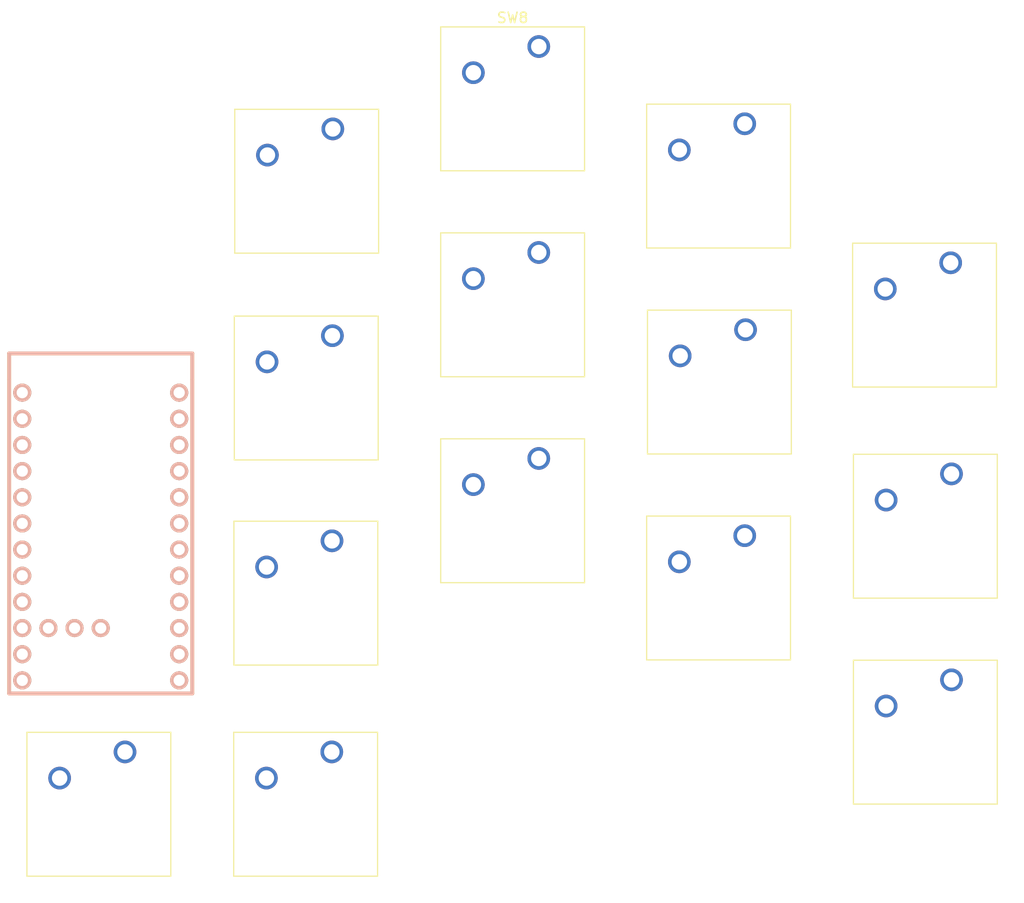
<source format=kicad_pcb>
(kicad_pcb (version 20240108) (generator "pcbnew") (generator_version "8.0")
  (layers (0 "F.Cu" signal) (31 "B.Cu" signal) (34 "B.Paste" user) (35 "F.Paste" user) (36 "B.SilkS" user "B.Silkscreen") (37 "F.SilkS" user "F.Silkscreen") (38 "B.Mask" user) (39 "F.Mask" user) (44 "Edge.Cuts" user))
  (net 0 "")
  (net 1 "/K1")
  (net 2 "GND")
  (net 3 "/K2")
  (net 4 "/K3")
  (net 5 "/K4")
  (net 6 "/K5")
  (net 7 "/K6")
  (net 8 "/K7")
  (net 9 "/K8")
  (net 10 "/K9")
  (net 11 "/K10")
  (net 12 "/K12")
  (net 13 "/K13")
  (net 14 "/K14")
  (net 16 "/K11")
  (footprint "Button_Switch_Keyboard:SW_Cherry_MX_1.00u_PCB" (layer "F.Cu") (at 69.8587 104.92)
    (property "Reference" "SW4" (hide yes))
    (property "Value" "SW_SPST" (hide yes))
    (fp_line (start -9.525 -1.905) (end 4.445 -1.905) (stroke (width 0.12)) (layer "F.SilkS"))
    (fp_line (start -9.525 12.065) (end -9.525 -1.905) (stroke (width 0.12)) (layer "F.SilkS"))
    (fp_line (start 4.445 -1.905) (end 4.445 12.065) (stroke (width 0.12)) (layer "F.SilkS"))
    (fp_line (start 4.445 12.065) (end -9.525 12.065) (stroke (width 0.12)) (layer "F.SilkS"))
    (pad "" np_thru_hole circle (at -7.62 5.08) (size 1.7 1.7) (drill 1.7) (layers "*.Cu" "*.Mask"))
    (pad "" np_thru_hole circle (at -2.54 5.08) (size 4 4) (drill 4) (layers "*.Cu" "*.Mask"))
    (pad "" np_thru_hole circle (at 2.54 5.08) (size 1.7 1.7) (drill 1.7) (layers "*.Cu" "*.Mask"))
    (pad "1" thru_hole circle (at 0 0) (size 2.2 2.2) (drill 1.5) (layers "*.Cu" "*.Mask") (net 5 "/K4"))
    (pad "2" thru_hole circle (at -6.35 2.54) (size 2.2 2.2) (drill 1.5) (layers "*.Cu" "*.Mask") (net 2 "GND"))
  )
  (footprint "Nice Nano:nice_nano" (layer "F.Cu") (at 67.5 84 -90)
    (property "Reference" "U1" (hide yes))
    (property "Value" "nice_nano" (hide yes))
    (fp_line (start -17.78 8.89) (end 15.24 8.89) (stroke (width 0.381)) (layer "B.SilkS"))
    (fp_line (start 15.24 8.89) (end 15.24 -8.89) (stroke (width 0.381)) (layer "B.SilkS"))
    (fp_line (start -17.78 -8.89) (end -17.78 8.89) (stroke (width 0.381)) (layer "B.SilkS"))
    (fp_line (start 15.24 -8.89) (end -17.78 -8.89) (stroke (width 0.381)) (layer "B.SilkS"))
    (fp_line (start -17.78 8.89) (end -15.24 8.89) (stroke (width 0.381)) (layer "F.SilkS"))
    (fp_line (start -15.24 8.89) (end 15.24 8.89) (stroke (width 0.381)) (layer "F.SilkS"))
    (fp_line (start 15.24 8.89) (end 15.24 -8.89) (stroke (width 0.381)) (layer "F.SilkS"))
    (fp_line (start -17.78 -8.89) (end -17.78 8.89) (stroke (width 0.381)) (layer "F.SilkS"))
    (fp_line (start -15.24 -8.89) (end -17.78 -8.89) (stroke (width 0.381)) (layer "F.SilkS"))
    (fp_line (start 15.24 -8.89) (end -15.24 -8.89) (stroke (width 0.381)) (layer "F.SilkS"))
    (pad "1" thru_hole circle (at -13.97 7.62 270) (size 1.7526 1.7526) (drill 1.0922) (layers "*.Cu" "*.SilkS" "*.Mask"))
    (pad "2" thru_hole circle (at -11.43 7.62 270) (size 1.7526 1.7526) (drill 1.0922) (layers "*.Cu" "*.SilkS" "*.Mask"))
    (pad "3" thru_hole circle (at -8.89 7.62 270) (size 1.7526 1.7526) (drill 1.0922) (layers "*.Cu" "*.SilkS" "*.Mask"))
    (pad "4" thru_hole circle (at -6.35 7.62 270) (size 1.7526 1.7526) (drill 1.0922) (layers "*.Cu" "*.SilkS" "*.Mask"))
    (pad "5" thru_hole circle (at -3.81 7.62 270) (size 1.7526 1.7526) (drill 1.0922) (layers "*.Cu" "*.SilkS" "*.Mask"))
    (pad "6" thru_hole circle (at -1.27 7.62 270) (size 1.7526 1.7526) (drill 1.0922) (layers "*.Cu" "*.SilkS" "*.Mask"))
    (pad "7" thru_hole circle (at 1.27 7.62 270) (size 1.7526 1.7526) (drill 1.0922) (layers "*.Cu" "*.SilkS" "*.Mask") (net 1 "/K1"))
    (pad "8" thru_hole circle (at 3.81 7.62 270) (size 1.7526 1.7526) (drill 1.0922) (layers "*.Cu" "*.SilkS" "*.Mask") (net 3 "/K2"))
    (pad "9" thru_hole circle (at 6.35 7.62 270) (size 1.7526 1.7526) (drill 1.0922) (layers "*.Cu" "*.SilkS" "*.Mask") (net 4 "/K3"))
    (pad "10" thru_hole circle (at 8.89 7.62 270) (size 1.7526 1.7526) (drill 1.0922) (layers "*.Cu" "*.SilkS" "*.Mask") (net 5 "/K4"))
    (pad "11" thru_hole circle (at 11.43 7.62 270) (size 1.7526 1.7526) (drill 1.0922) (layers "*.Cu" "*.SilkS" "*.Mask") (net 6 "/K5"))
    (pad "12" thru_hole circle (at 13.97 7.62 270) (size 1.7526 1.7526) (drill 1.0922) (layers "*.Cu" "*.SilkS" "*.Mask") (net 7 "/K6"))
    (pad "13" thru_hole circle (at 13.97 -7.62 270) (size 1.7526 1.7526) (drill 1.0922) (layers "*.Cu" "*.SilkS" "*.Mask") (net 14 "/K14"))
    (pad "14" thru_hole circle (at 11.43 -7.62 270) (size 1.7526 1.7526) (drill 1.0922) (layers "*.Cu" "*.SilkS" "*.Mask") (net 13 "/K13"))
    (pad "15" thru_hole circle (at 8.89 -7.62 270) (size 1.7526 1.7526) (drill 1.0922) (layers "*.Cu" "*.SilkS" "*.Mask") (net 12 "/K12"))
    (pad "16" thru_hole circle (at 6.35 -7.62 270) (size 1.7526 1.7526) (drill 1.0922) (layers "*.Cu" "*.SilkS" "*.Mask") (net 16 "/K11"))
    (pad "17" thru_hole circle (at 3.81 -7.62 270) (size 1.7526 1.7526) (drill 1.0922) (layers "*.Cu" "*.SilkS" "*.Mask") (net 11 "/K10"))
    (pad "18" thru_hole circle (at 1.27 -7.62 270) (size 1.7526 1.7526) (drill 1.0922) (layers "*.Cu" "*.SilkS" "*.Mask") (net 10 "/K9"))
    (pad "19" thru_hole circle (at -1.27 -7.62 270) (size 1.7526 1.7526) (drill 1.0922) (layers "*.Cu" "*.SilkS" "*.Mask") (net 9 "/K8"))
    (pad "20" thru_hole circle (at -3.81 -7.62 270) (size 1.7526 1.7526) (drill 1.0922) (layers "*.Cu" "*.SilkS" "*.Mask") (net 8 "/K7"))
    (pad "21" thru_hole circle (at -6.35 -7.62 270) (size 1.7526 1.7526) (drill 1.0922) (layers "*.Cu" "*.SilkS" "*.Mask"))
    (pad "22" thru_hole circle (at -8.89 -7.62 270) (size 1.7526 1.7526) (drill 1.0922) (layers "*.Cu" "*.SilkS" "*.Mask"))
    (pad "23" thru_hole circle (at -11.43 -7.62 270) (size 1.7526 1.7526) (drill 1.0922) (layers "*.Cu" "*.SilkS" "*.Mask"))
    (pad "24" thru_hole circle (at -13.97 -7.62 270) (size 1.7526 1.7526) (drill 1.0922) (layers "*.Cu" "*.SilkS" "*.Mask"))
    (pad "31" thru_hole circle (at 8.89 5.08 270) (size 1.7526 1.7526) (drill 1.0922) (layers "*.Cu" "*.SilkS" "*.Mask"))
    (pad "32" thru_hole circle (at 8.89 2.54 270) (size 1.7526 1.7526) (drill 1.0922) (layers "*.Cu" "*.SilkS" "*.Mask"))
    (pad "33" thru_hole circle (at 8.89 0 270) (size 1.7526 1.7526) (drill 1.0922) (layers "*.Cu" "*.SilkS" "*.Mask"))
  )
  (footprint "Button_Switch_Keyboard:SW_Cherry_MX_1.00u_PCB" (layer "F.Cu") (at 110.04 36.42)
    (property "Reference" "SW8" (at -2.54 -2.794 0) (layer "F.SilkS"))
    (property "Value" "SW_SPST" (hide yes))
    (fp_line (start -9.525 -1.905) (end 4.445 -1.905) (stroke (width 0.12)) (layer "F.SilkS"))
    (fp_line (start -9.525 12.065) (end -9.525 -1.905) (stroke (width 0.12)) (layer "F.SilkS"))
    (fp_line (start 4.445 -1.905) (end 4.445 12.065) (stroke (width 0.12)) (layer "F.SilkS"))
    (fp_line (start 4.445 12.065) (end -9.525 12.065) (stroke (width 0.12)) (layer "F.SilkS"))
    (pad "" np_thru_hole circle (at -7.62 5.08) (size 1.7 1.7) (drill 1.7) (layers "*.Cu" "*.Mask"))
    (pad "" np_thru_hole circle (at -2.54 5.08) (size 4 4) (drill 4) (layers "*.Cu" "*.Mask"))
    (pad "" np_thru_hole circle (at 2.54 5.08) (size 1.7 1.7) (drill 1.7) (layers "*.Cu" "*.Mask"))
    (pad "1" thru_hole circle (at 0 0) (size 2.2 2.2) (drill 1.5) (layers "*.Cu" "*.Mask") (net 9 "/K8"))
    (pad "2" thru_hole circle (at -6.35 2.54) (size 2.2 2.2) (drill 1.5) (layers "*.Cu" "*.Mask") (net 2 "GND"))
  )
  (footprint "Button_Switch_Keyboard:SW_Cherry_MX_1.00u_PCB" (layer "F.Cu") (at 150.12 77.92)
    (property "Reference" "SW14" (hide yes))
    (property "Value" "SW_SPST" (hide yes))
    (fp_line (start -9.525 -1.905) (end 4.445 -1.905) (stroke (width 0.12)) (layer "F.SilkS"))
    (fp_line (start -9.525 12.065) (end -9.525 -1.905) (stroke (width 0.12)) (layer "F.SilkS"))
    (fp_line (start 4.445 -1.905) (end 4.445 12.065) (stroke (width 0.12)) (layer "F.SilkS"))
    (fp_line (start 4.445 12.065) (end -9.525 12.065) (stroke (width 0.12)) (layer "F.SilkS"))
    (pad "" np_thru_hole circle (at -7.62 5.08) (size 1.7 1.7) (drill 1.7) (layers "*.Cu" "*.Mask"))
    (pad "" np_thru_hole circle (at -2.54 5.08) (size 4 4) (drill 4) (layers "*.Cu" "*.Mask"))
    (pad "" np_thru_hole circle (at 2.54 5.08) (size 1.7 1.7) (drill 1.7) (layers "*.Cu" "*.Mask"))
    (pad "1" thru_hole circle (at 0 0) (size 2.2 2.2) (drill 1.5) (layers "*.Cu" "*.Mask") (net 14 "/K14"))
    (pad "2" thru_hole circle (at -6.35 2.54) (size 2.2 2.2) (drill 1.5) (layers "*.Cu" "*.Mask") (net 2 "GND"))
  )
  (footprint "Button_Switch_Keyboard:SW_Cherry_MX_1.00u_PCB" (layer "F.Cu") (at 90.04 44.42)
    (property "Reference" "SW7" (hide yes))
    (property "Value" "SW_SPST" (hide yes))
    (fp_line (start -9.525 -1.905) (end 4.445 -1.905) (stroke (width 0.12)) (layer "F.SilkS"))
    (fp_line (start -9.525 12.065) (end -9.525 -1.905) (stroke (width 0.12)) (layer "F.SilkS"))
    (fp_line (start 4.445 -1.905) (end 4.445 12.065) (stroke (width 0.12)) (layer "F.SilkS"))
    (fp_line (start 4.445 12.065) (end -9.525 12.065) (stroke (width 0.12)) (layer "F.SilkS"))
    (pad "" np_thru_hole circle (at -7.62 5.08) (size 1.7 1.7) (drill 1.7) (layers "*.Cu" "*.Mask"))
    (pad "" np_thru_hole circle (at -2.54 5.08) (size 4 4) (drill 4) (layers "*.Cu" "*.Mask"))
    (pad "" np_thru_hole circle (at 2.54 5.08) (size 1.7 1.7) (drill 1.7) (layers "*.Cu" "*.Mask"))
    (pad "1" thru_hole circle (at 0 0) (size 2.2 2.2) (drill 1.5) (layers "*.Cu" "*.Mask") (net 8 "/K7"))
    (pad "2" thru_hole circle (at -6.35 2.54) (size 2.2 2.2) (drill 1.5) (layers "*.Cu" "*.Mask") (net 2 "GND"))
  )
  (footprint "Button_Switch_Keyboard:SW_Cherry_MX_1.00u_PCB" (layer "F.Cu") (at 130.12 63.92)
    (property "Reference" "SW13" (hide yes))
    (property "Value" "SW_SPST" (hide yes))
    (fp_line (start -9.525 -1.905) (end 4.445 -1.905) (stroke (width 0.12)) (layer "F.SilkS"))
    (fp_line (start -9.525 12.065) (end -9.525 -1.905) (stroke (width 0.12)) (layer "F.SilkS"))
    (fp_line (start 4.445 -1.905) (end 4.445 12.065) (stroke (width 0.12)) (layer "F.SilkS"))
    (fp_line (start 4.445 12.065) (end -9.525 12.065) (stroke (width 0.12)) (layer "F.SilkS"))
    (pad "" np_thru_hole circle (at -7.62 5.08) (size 1.7 1.7) (drill 1.7) (layers "*.Cu" "*.Mask"))
    (pad "" np_thru_hole circle (at -2.54 5.08) (size 4 4) (drill 4) (layers "*.Cu" "*.Mask"))
    (pad "" np_thru_hole circle (at 2.54 5.08) (size 1.7 1.7) (drill 1.7) (layers "*.Cu" "*.Mask"))
    (pad "1" thru_hole circle (at 0 0) (size 2.2 2.2) (drill 1.5) (layers "*.Cu" "*.Mask") (net 13 "/K13"))
    (pad "2" thru_hole circle (at -6.35 2.54) (size 2.2 2.2) (drill 1.5) (layers "*.Cu" "*.Mask") (net 2 "GND"))
  )
  (footprint "Button_Switch_Keyboard:SW_Cherry_MX_1.00u_PCB" (layer "F.Cu") (at 89.96 84.42)
    (property "Reference" "SW2" (hide yes))
    (property "Value" "SW_SPST" (hide yes))
    (fp_line (start -9.525 -1.905) (end 4.445 -1.905) (stroke (width 0.12)) (layer "F.SilkS"))
    (fp_line (start -9.525 12.065) (end -9.525 -1.905) (stroke (width 0.12)) (layer "F.SilkS"))
    (fp_line (start 4.445 -1.905) (end 4.445 12.065) (stroke (width 0.12)) (layer "F.SilkS"))
    (fp_line (start 4.445 12.065) (end -9.525 12.065) (stroke (width 0.12)) (layer "F.SilkS"))
    (pad "" np_thru_hole circle (at -7.62 5.08) (size 1.7 1.7) (drill 1.7) (layers "*.Cu" "*.Mask"))
    (pad "" np_thru_hole circle (at -2.54 5.08) (size 4 4) (drill 4) (layers "*.Cu" "*.Mask"))
    (pad "" np_thru_hole circle (at 2.54 5.08) (size 1.7 1.7) (drill 1.7) (layers "*.Cu" "*.Mask"))
    (pad "1" thru_hole circle (at 0 0) (size 2.2 2.2) (drill 1.5) (layers "*.Cu" "*.Mask") (net 3 "/K2"))
    (pad "2" thru_hole circle (at -6.35 2.54) (size 2.2 2.2) (drill 1.5) (layers "*.Cu" "*.Mask") (net 2 "GND"))
  )
  (footprint "Button_Switch_Keyboard:SW_Cherry_MX_1.00u_PCB" (layer "F.Cu") (at 130.04 83.92)
    (property "Reference" "SW6" (hide yes))
    (property "Value" "SW_SPST" (hide yes))
    (fp_line (start -9.525 -1.905) (end 4.445 -1.905) (stroke (width 0.12)) (layer "F.SilkS"))
    (fp_line (start -9.525 12.065) (end -9.525 -1.905) (stroke (width 0.12)) (layer "F.SilkS"))
    (fp_line (start 4.445 -1.905) (end 4.445 12.065) (stroke (width 0.12)) (layer "F.SilkS"))
    (fp_line (start 4.445 12.065) (end -9.525 12.065) (stroke (width 0.12)) (layer "F.SilkS"))
    (pad "" np_thru_hole circle (at -7.62 5.08) (size 1.7 1.7) (drill 1.7) (layers "*.Cu" "*.Mask"))
    (pad "" np_thru_hole circle (at -2.54 5.08) (size 4 4) (drill 4) (layers "*.Cu" "*.Mask"))
    (pad "" np_thru_hole circle (at 2.54 5.08) (size 1.7 1.7) (drill 1.7) (layers "*.Cu" "*.Mask"))
    (pad "1" thru_hole circle (at 0 0) (size 2.2 2.2) (drill 1.5) (layers "*.Cu" "*.Mask") (net 7 "/K6"))
    (pad "2" thru_hole circle (at -6.35 2.54) (size 2.2 2.2) (drill 1.5) (layers "*.Cu" "*.Mask") (net 2 "GND"))
  )
  (footprint "Button_Switch_Keyboard:SW_Cherry_MX_1.00u_PCB" (layer "F.Cu") (at 150.12 97.92)
    (property "Reference" "SW3" (hide yes))
    (property "Value" "SW_SPST" (hide yes))
    (fp_line (start -9.525 -1.905) (end 4.445 -1.905) (stroke (width 0.12)) (layer "F.SilkS"))
    (fp_line (start -9.525 12.065) (end -9.525 -1.905) (stroke (width 0.12)) (layer "F.SilkS"))
    (fp_line (start 4.445 -1.905) (end 4.445 12.065) (stroke (width 0.12)) (layer "F.SilkS"))
    (fp_line (start 4.445 12.065) (end -9.525 12.065) (stroke (width 0.12)) (layer "F.SilkS"))
    (pad "" np_thru_hole circle (at -7.62 5.08) (size 1.7 1.7) (drill 1.7) (layers "*.Cu" "*.Mask"))
    (pad "" np_thru_hole circle (at -2.54 5.08) (size 4 4) (drill 4) (layers "*.Cu" "*.Mask"))
    (pad "" np_thru_hole circle (at 2.54 5.08) (size 1.7 1.7) (drill 1.7) (layers "*.Cu" "*.Mask"))
    (pad "1" thru_hole circle (at 0 0) (size 2.2 2.2) (drill 1.5) (layers "*.Cu" "*.Mask") (net 4 "/K3"))
    (pad "2" thru_hole circle (at -6.35 2.54) (size 2.2 2.2) (drill 1.5) (layers "*.Cu" "*.Mask") (net 2 "GND"))
  )
  (footprint "Button_Switch_Keyboard:SW_Cherry_MX_1.00u_PCB" (layer "F.Cu") (at 130.04 43.92)
    (property "Reference" "SW9" (hide yes))
    (property "Value" "SW_SPST" (hide yes))
    (fp_line (start -9.525 -1.905) (end 4.445 -1.905) (stroke (width 0.12)) (layer "F.SilkS"))
    (fp_line (start -9.525 12.065) (end -9.525 -1.905) (stroke (width 0.12)) (layer "F.SilkS"))
    (fp_line (start 4.445 -1.905) (end 4.445 12.065) (stroke (width 0.12)) (layer "F.SilkS"))
    (fp_line (start 4.445 12.065) (end -9.525 12.065) (stroke (width 0.12)) (layer "F.SilkS"))
    (pad "" np_thru_hole circle (at -7.62 5.08) (size 1.7 1.7) (drill 1.7) (layers "*.Cu" "*.Mask"))
    (pad "" np_thru_hole circle (at -2.54 5.08) (size 4 4) (drill 4) (layers "*.Cu" "*.Mask"))
    (pad "" np_thru_hole circle (at 2.54 5.08) (size 1.7 1.7) (drill 1.7) (layers "*.Cu" "*.Mask"))
    (pad "1" thru_hole circle (at 0 0) (size 2.2 2.2) (drill 1.5) (layers "*.Cu" "*.Mask") (net 10 "/K9"))
    (pad "2" thru_hole circle (at -6.35 2.54) (size 2.2 2.2) (drill 1.5) (layers "*.Cu" "*.Mask") (net 2 "GND"))
  )
  (footprint "Button_Switch_Keyboard:SW_Cherry_MX_1.00u_PCB" (layer "F.Cu") (at 110.04 76.42)
    (property "Reference" "SW5" (hide yes))
    (property "Value" "SW_SPST" (hide yes))
    (fp_line (start -9.525 -1.905) (end 4.445 -1.905) (stroke (width 0.12)) (layer "F.SilkS"))
    (fp_line (start -9.525 12.065) (end -9.525 -1.905) (stroke (width 0.12)) (layer "F.SilkS"))
    (fp_line (start 4.445 -1.905) (end 4.445 12.065) (stroke (width 0.12)) (layer "F.SilkS"))
    (fp_line (start 4.445 12.065) (end -9.525 12.065) (stroke (width 0.12)) (layer "F.SilkS"))
    (pad "" np_thru_hole circle (at -7.62 5.08) (size 1.7 1.7) (drill 1.7) (layers "*.Cu" "*.Mask"))
    (pad "" np_thru_hole circle (at -2.54 5.08) (size 4 4) (drill 4) (layers "*.Cu" "*.Mask"))
    (pad "" np_thru_hole circle (at 2.54 5.08) (size 1.7 1.7) (drill 1.7) (layers "*.Cu" "*.Mask"))
    (pad "1" thru_hole circle (at 0 0) (size 2.2 2.2) (drill 1.5) (layers "*.Cu" "*.Mask") (net 6 "/K5"))
    (pad "2" thru_hole circle (at -6.35 2.54) (size 2.2 2.2) (drill 1.5) (layers "*.Cu" "*.Mask") (net 2 "GND"))
  )
  (footprint "Button_Switch_Keyboard:SW_Cherry_MX_1.00u_PCB" (layer "F.Cu") (at 90 64.5)
    (property "Reference" "SW11" (hide yes))
    (property "Value" "SW_SPST" (hide yes))
    (fp_line (start -9.525 -1.905) (end 4.445 -1.905) (stroke (width 0.12)) (layer "F.SilkS"))
    (fp_line (start -9.525 12.065) (end -9.525 -1.905) (stroke (width 0.12)) (layer "F.SilkS"))
    (fp_line (start 4.445 -1.905) (end 4.445 12.065) (stroke (width 0.12)) (layer "F.SilkS"))
    (fp_line (start 4.445 12.065) (end -9.525 12.065) (stroke (width 0.12)) (layer "F.SilkS"))
    (pad "" np_thru_hole circle (at -7.62 5.08) (size 1.7 1.7) (drill 1.7) (layers "*.Cu" "*.Mask"))
    (pad "" np_thru_hole circle (at -2.54 5.08) (size 4 4) (drill 4) (layers "*.Cu" "*.Mask"))
    (pad "" np_thru_hole circle (at 2.54 5.08) (size 1.7 1.7) (drill 1.7) (layers "*.Cu" "*.Mask"))
    (pad "1" thru_hole circle (at 0 0) (size 2.2 2.2) (drill 1.5) (layers "*.Cu" "*.Mask") (net 16 "/K11"))
    (pad "2" thru_hole circle (at -6.35 2.54) (size 2.2 2.2) (drill 1.5) (layers "*.Cu" "*.Mask") (net 2 "GND"))
  )
  (footprint "Button_Switch_Keyboard:SW_Cherry_MX_1.00u_PCB" (layer "F.Cu") (at 110.04 56.42)
    (property "Reference" "SW12" (hide yes))
    (property "Value" "SW_SPST" (hide yes))
    (fp_line (start -9.525 -1.905) (end 4.445 -1.905) (stroke (width 0.12)) (layer "F.SilkS"))
    (fp_line (start -9.525 12.065) (end -9.525 -1.905) (stroke (width 0.12)) (layer "F.SilkS"))
    (fp_line (start 4.445 -1.905) (end 4.445 12.065) (stroke (width 0.12)) (layer "F.SilkS"))
    (fp_line (start 4.445 12.065) (end -9.525 12.065) (stroke (width 0.12)) (layer "F.SilkS"))
    (pad "" np_thru_hole circle (at -7.62 5.08) (size 1.7 1.7) (drill 1.7) (layers "*.Cu" "*.Mask"))
    (pad "" np_thru_hole circle (at -2.54 5.08) (size 4 4) (drill 4) (layers "*.Cu" "*.Mask"))
    (pad "" np_thru_hole circle (at 2.54 5.08) (size 1.7 1.7) (drill 1.7) (layers "*.Cu" "*.Mask"))
    (pad "1" thru_hole circle (at 0 0) (size 2.2 2.2) (drill 1.5) (layers "*.Cu" "*.Mask") (net 12 "/K12"))
    (pad "2" thru_hole circle (at -6.35 2.54) (size 2.2 2.2) (drill 1.5) (layers "*.Cu" "*.Mask") (net 2 "GND"))
  )
  (footprint "Button_Switch_Keyboard:SW_Cherry_MX_1.00u_PCB" (layer "F.Cu") (at 89.9387 104.92)
    (property "Reference" "SW1" (hide yes))
    (property "Value" "SW_SPST" (hide yes))
    (fp_line (start -9.525 -1.905) (end 4.445 -1.905) (stroke (width 0.12)) (layer "F.SilkS"))
    (fp_line (start -9.525 12.065) (end -9.525 -1.905) (stroke (width 0.12)) (layer "F.SilkS"))
    (fp_line (start 4.445 -1.905) (end 4.445 12.065) (stroke (width 0.12)) (layer "F.SilkS"))
    (fp_line (start 4.445 12.065) (end -9.525 12.065) (stroke (width 0.12)) (layer "F.SilkS"))
    (pad "" np_thru_hole circle (at -7.62 5.08) (size 1.7 1.7) (drill 1.7) (layers "*.Cu" "*.Mask"))
    (pad "" np_thru_hole circle (at -2.54 5.08) (size 4 4) (drill 4) (layers "*.Cu" "*.Mask"))
    (pad "" np_thru_hole circle (at 2.54 5.08) (size 1.7 1.7) (drill 1.7) (layers "*.Cu" "*.Mask"))
    (pad "1" thru_hole circle (at 0 0) (size 2.2 2.2) (drill 1.5) (layers "*.Cu" "*.Mask") (net 1 "/K1"))
    (pad "2" thru_hole circle (at -6.35 2.54) (size 2.2 2.2) (drill 1.5) (layers "*.Cu" "*.Mask") (net 2 "GND"))
  )
  (footprint "Button_Switch_Keyboard:SW_Cherry_MX_1.00u_PCB" (layer "F.Cu") (at 150.04 57.42)
    (property "Reference" "SW10" (hide yes))
    (property "Value" "SW_SPST" (hide yes))
    (fp_line (start -9.525 -1.905) (end 4.445 -1.905) (stroke (width 0.12)) (layer "F.SilkS"))
    (fp_line (start -9.525 12.065) (end -9.525 -1.905) (stroke (width 0.12)) (layer "F.SilkS"))
    (fp_line (start 4.445 -1.905) (end 4.445 12.065) (stroke (width 0.12)) (layer "F.SilkS"))
    (fp_line (start 4.445 12.065) (end -9.525 12.065) (stroke (width 0.12)) (layer "F.SilkS"))
    (pad "" np_thru_hole circle (at -7.62 5.08) (size 1.7 1.7) (drill 1.7) (layers "*.Cu" "*.Mask"))
    (pad "" np_thru_hole circle (at -2.54 5.08) (size 4 4) (drill 4) (layers "*.Cu" "*.Mask"))
    (pad "" np_thru_hole circle (at 2.54 5.08) (size 1.7 1.7) (drill 1.7) (layers "*.Cu" "*.Mask"))
    (pad "1" thru_hole circle (at 0 0) (size 2.2 2.2) (drill 1.5) (layers "*.Cu" "*.Mask") (net 11 "/K10"))
    (pad "2" thru_hole circle (at -6.35 2.54) (size 2.2 2.2) (drill 1.5) (layers "*.Cu" "*.Mask") (net 2 "GND"))
  )
)
</source>
